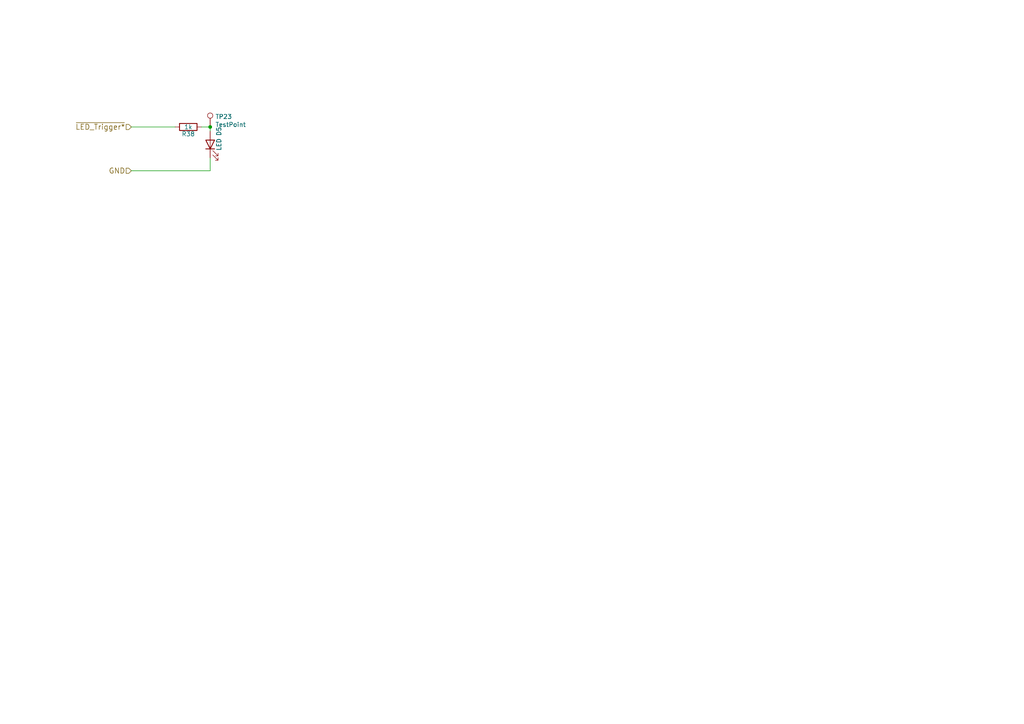
<source format=kicad_sch>
(kicad_sch (version 20231120) (generator "eeschema") (generator_version "8.0")
  (paper "A4")
  (lib_symbols
    (symbol "Connector:TestPoint" (pin_numbers hide) (pin_names (offset 0.762) hide)
      (property "Reference" "TP" (at 0 6.858 0))
      (property "Value" "TestPoint" (at 0 5.08 0))
      (symbol "TestPoint_0_1"
        (circle (center 0 3.302) (radius 0.762))
      )
      (symbol "TestPoint_1_1"
        (pin passive line (at 0 0 90) (length 2.54) (name "1") (number "1"))
      )
    )
    (symbol "Device:LED" (pin_numbers hide) (pin_names (offset 1.016) hide)
      (property "Reference" "D" (at 0 2.54 0))
      (property "Value" "LED" (at 0 -2.54 0))
      (symbol "LED_0_1"
        (polyline (pts (xy -1.27 -1.27) (xy -1.27 1.27)) (stroke (width 0.254)))
        (polyline (pts (xy -1.27 0) (xy 1.27 0)))
        (polyline (pts (xy 1.27 -1.27) (xy 1.27 1.27) (xy -1.27 0) (xy 1.27 -1.27)) (stroke (width 0.254)))
        (polyline (pts (xy -3.048 -0.762) (xy -4.572 -2.286) (xy -3.81 -2.286) (xy -4.572 -2.286) (xy -4.572 -1.524)))
        (polyline (pts (xy -1.778 -0.762) (xy -3.302 -2.286) (xy -2.54 -2.286) (xy -3.302 -2.286) (xy -3.302 -1.524)))
      )
      (symbol "LED_1_1"
        (pin passive line (at -3.81 0 0) (length 2.54) (name "K") (number "1"))
        (pin passive line (at 3.81 0 180) (length 2.54) (name "A") (number "2"))
      )
    )
    (symbol "Device:R" (pin_numbers hide) (pin_names (offset 0))
      (property "Reference" "R" (at 2.032 0 90))
      (property "Value" "R" (at 0 0 90))
      (symbol "R_0_1"
        (rectangle (start -1.016 -2.54) (end 1.016 2.54) (stroke (width 0.254)))
      )
      (symbol "R_1_1"
        (pin passive line (at 0 3.81 270) (length 1.27) (name "~") (number "1"))
        (pin passive line (at 0 -3.81 90) (length 1.27) (name "~") (number "2"))
      )
    )
  )
  (junction (at 60.96 36.83))
  (wire (pts (xy 38.1 36.83) (xy 50.8 36.83)))
  (wire (pts (xy 38.1 49.53) (xy 60.96 49.53)))
  (wire (pts (xy 60.96 36.83) (xy 60.96 38.1)))
  (wire (pts (xy 60.96 45.72) (xy 60.96 49.53)))
  (wire (pts (xy 58.42 36.83) (xy 60.96 36.83)))
  (hierarchical_label "GND" (shape input) (at 38.1 49.53 180) (effects (font (size 1.524 1.524))))
  (hierarchical_label "~{LED_Trigger*}" (shape input) (at 38.1 36.83 180) (effects (font (size 1.524 1.524))))
  (symbol (lib_id "Device:R") (at 54.61 36.83 270) (unit 1)
    (property "Reference" "R38" (at 54.61 38.862 90))
    (property "Value" "1k" (at 54.61 36.83 90))
    (property "Footprint" "Resistor_SMD:R_0603_1608Metric" (effects (hide yes)))
    (property "Digikey Nr" "311-1.00KHRCT-ND" (effects (hide yes)))
    (property "Digikey Price" "0.09" (effects (hide yes)))
  )
  (symbol (lib_id "Device:LED") (at 60.96 41.91 90) (unit 1)
    (property "Reference" "D5" (at 63.5 38.1 0))
    (property "Value" "LED" (at 63.5 41.91 0))
    (property "Footprint" "LED_SMD:LED_0603_1608Metric" (effects (hide yes)))
    (property "Digikey Nr" "492-1949-1-ND" (effects (hide yes)))
    (property "Digikey Price" "0.98" (effects (hide yes)))
  )
  (symbol (lib_id "Connector:TestPoint") (at 60.96 36.83 0) (unit 1)
    (property "Reference" "TP23" (at 62.4332 33.8328 0) (effects (justify left)))
    (property "Value" "TestPoint" (at 62.4332 36.1442 0) (effects (justify left)))
    (property "Footprint" "TestPoint:TestPoint_Pad_D1.5mm" (effects (hide yes)))
  )
)
</source>
